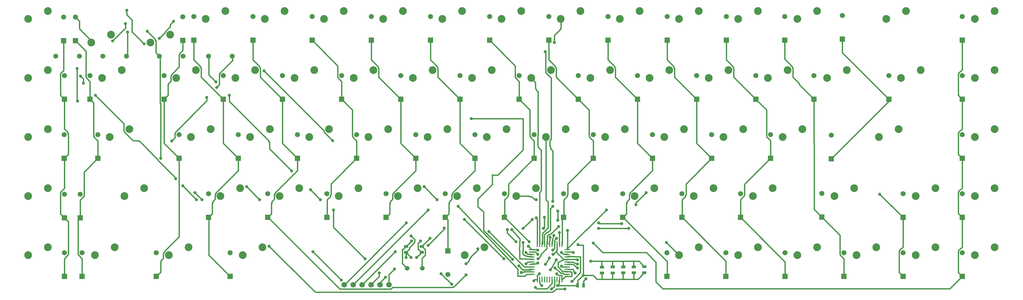
<source format=gtl>
G04 #@! TF.FileFunction,Copper,L1,Top,Signal*
%FSLAX46Y46*%
G04 Gerber Fmt 4.6, Leading zero omitted, Abs format (unit mm)*
G04 Created by KiCad (PCBNEW 4.0.2-stable) date Tuesday, August 23, 2016 'AMt' 01:09:47 AM*
%MOMM*%
G01*
G04 APERTURE LIST*
%ADD10C,0.020000*%
%ADD11R,1.397000X0.889000*%
%ADD12R,0.889000X1.397000*%
%ADD13O,0.406400X1.899920*%
%ADD14O,1.899920X0.406400*%
%ADD15C,1.600000*%
%ADD16C,1.501140*%
%ADD17C,2.499360*%
%ADD18C,1.651000*%
%ADD19R,1.651000X1.651000*%
%ADD20C,1.800000*%
%ADD21C,1.000000*%
%ADD22C,0.406400*%
G04 APERTURE END LIST*
D10*
D11*
X226568000Y-233235500D03*
X226568000Y-235140500D03*
X231648000Y-233235500D03*
X231648000Y-235140500D03*
D12*
X283730700Y-245795800D03*
X281825700Y-245795800D03*
D11*
X293141400Y-239890300D03*
X293141400Y-241795300D03*
X296494200Y-239864900D03*
X296494200Y-241769900D03*
X299923200Y-239839500D03*
X299923200Y-241744500D03*
X303326800Y-239814100D03*
X303326800Y-241719100D03*
X289661600Y-239941100D03*
X289661600Y-241846100D03*
D13*
X272796000Y-243967000D03*
X273596100Y-243967000D03*
X274396200Y-243967000D03*
X275196300Y-243967000D03*
X275996400Y-243967000D03*
X276796500Y-243967000D03*
X271995900Y-243967000D03*
X271195800Y-243967000D03*
X270395700Y-243967000D03*
X269595600Y-243967000D03*
X268795500Y-243967000D03*
X272796000Y-232537000D03*
X273596100Y-232537000D03*
X274396200Y-232537000D03*
X275196300Y-232537000D03*
X275996400Y-232537000D03*
X276796500Y-232537000D03*
X271995900Y-232537000D03*
X271195800Y-232537000D03*
X270395700Y-232537000D03*
X269595600Y-232537000D03*
X268795500Y-232537000D03*
D14*
X278511000Y-238252000D03*
X267081000Y-238252000D03*
X278511000Y-237451900D03*
X267081000Y-237451900D03*
X267081000Y-236651800D03*
X278511000Y-236651800D03*
X278511000Y-235851700D03*
X267081000Y-235851700D03*
X267081000Y-235051600D03*
X278511000Y-235051600D03*
X278511000Y-234251500D03*
X267081000Y-234251500D03*
X267081000Y-239052100D03*
X278511000Y-239052100D03*
X278511000Y-239852200D03*
X267081000Y-239852200D03*
X267081000Y-240652300D03*
X278511000Y-240652300D03*
X278511000Y-241452400D03*
X267081000Y-241452400D03*
X267081000Y-242252500D03*
X278511000Y-242252500D03*
D15*
X163017200Y-171907200D03*
X170637200Y-171907200D03*
D16*
X226921060Y-240284000D03*
X231802940Y-240284000D03*
D17*
X111302800Y-233527600D03*
X104952800Y-236067600D03*
X132740400Y-233553000D03*
X126390400Y-236093000D03*
X180365400Y-233527600D03*
X174015400Y-236067600D03*
X320852800Y-233527600D03*
X314502800Y-236067600D03*
X339902800Y-233527600D03*
X333552800Y-236067600D03*
X358952800Y-233527600D03*
X352602800Y-236067600D03*
X378002800Y-233527600D03*
X371652800Y-236067600D03*
X397052800Y-233527600D03*
X390702800Y-236067600D03*
X416102800Y-233527600D03*
X409752800Y-236067600D03*
X111302800Y-214477600D03*
X104952800Y-217017600D03*
X142265400Y-214477600D03*
X135915400Y-217017600D03*
X173202600Y-214477600D03*
X166852600Y-217017600D03*
X192252600Y-214477600D03*
X185902600Y-217017600D03*
X211302600Y-214477600D03*
X204952600Y-217017600D03*
X230352600Y-214477600D03*
X224002600Y-217017600D03*
X249402600Y-214477600D03*
X243052600Y-217017600D03*
X268452600Y-214477600D03*
X262102600Y-217017600D03*
X287502600Y-214477600D03*
X281152600Y-217017600D03*
X306552600Y-214477600D03*
X300202600Y-217017600D03*
X325602600Y-214477600D03*
X319252600Y-217017600D03*
X344652600Y-214477600D03*
X338302600Y-217017600D03*
X370840000Y-214477600D03*
X364490000Y-217017600D03*
X397052800Y-214477600D03*
X390702800Y-217017600D03*
X416102800Y-214477600D03*
X409752800Y-217017600D03*
X111302800Y-195427600D03*
X104952800Y-197967600D03*
X137490200Y-195427600D03*
X131140200Y-197967600D03*
X163677600Y-195427600D03*
X157327600Y-197967600D03*
X182727600Y-195427600D03*
X176377600Y-197967600D03*
X201777600Y-195427600D03*
X195427600Y-197967600D03*
X220827600Y-195427600D03*
X214477600Y-197967600D03*
X239877600Y-195427600D03*
X233527600Y-197967600D03*
X258927600Y-195427600D03*
X252577600Y-197967600D03*
X277977600Y-195427600D03*
X271627600Y-197967600D03*
X297027600Y-195427600D03*
X290677600Y-197967600D03*
X316077600Y-195427600D03*
X309727600Y-197967600D03*
X335127600Y-195427600D03*
X328777600Y-197967600D03*
X354177600Y-195427600D03*
X347827600Y-197967600D03*
X385140200Y-195427600D03*
X378790200Y-197967600D03*
X416077400Y-195427600D03*
X409727400Y-197967600D03*
X111302800Y-176377600D03*
X104952800Y-178917600D03*
X135102600Y-176377600D03*
X128752600Y-178917600D03*
X158927800Y-176377600D03*
X152577800Y-178917600D03*
X177977800Y-176377600D03*
X171627800Y-178917600D03*
X197027800Y-176377600D03*
X190677800Y-178917600D03*
X216077800Y-176377600D03*
X209727800Y-178917600D03*
X235127800Y-176377600D03*
X228777800Y-178917600D03*
X254177800Y-176377600D03*
X247827800Y-178917600D03*
X273227800Y-176377600D03*
X266877800Y-178917600D03*
X292277800Y-176377600D03*
X285927800Y-178917600D03*
X311327800Y-176377600D03*
X304977800Y-178917600D03*
X330377800Y-176377600D03*
X324027800Y-178917600D03*
X349427800Y-176377600D03*
X343077800Y-178917600D03*
X368477800Y-176377600D03*
X362127800Y-178917600D03*
X392277600Y-176377600D03*
X385927600Y-178917600D03*
X416102800Y-176377600D03*
X409752800Y-178917600D03*
X111302800Y-157327600D03*
X104952800Y-159867600D03*
X125272800Y-167487600D03*
X131622800Y-164947600D03*
X144322800Y-167487600D03*
X150672800Y-164947600D03*
X168452800Y-157327600D03*
X162102800Y-159867600D03*
X187502800Y-157327600D03*
X181152800Y-159867600D03*
X206552800Y-157327600D03*
X200202800Y-159867600D03*
X225602800Y-157327600D03*
X219252800Y-159867600D03*
X244652800Y-157327600D03*
X238302800Y-159867600D03*
X263702800Y-157327600D03*
X257352800Y-159867600D03*
X282752800Y-157327600D03*
X276402800Y-159867600D03*
X301802800Y-157327600D03*
X295452800Y-159867600D03*
X320852800Y-157327600D03*
X314502800Y-159867600D03*
X339902800Y-157327600D03*
X333552800Y-159867600D03*
X358952800Y-157327600D03*
X352602800Y-159867600D03*
X387527800Y-157327600D03*
X381177800Y-159867600D03*
X416102800Y-157327600D03*
X409752800Y-159867600D03*
X251790200Y-233527600D03*
X245440200Y-236067600D03*
D18*
X116586000Y-235331000D03*
D19*
X116586000Y-242951000D03*
D18*
X122301000Y-235331000D03*
D19*
X122301000Y-242951000D03*
D18*
X146113500Y-235331000D03*
D19*
X146113500Y-242951000D03*
D18*
X169926000Y-235331000D03*
D19*
X169926000Y-242951000D03*
D18*
X240030000Y-242316000D03*
D19*
X240030000Y-234696000D03*
D18*
X310578500Y-235331000D03*
D19*
X310578500Y-242951000D03*
D18*
X329565000Y-235331000D03*
D19*
X329565000Y-242951000D03*
D18*
X348551500Y-235331000D03*
D19*
X348551500Y-242951000D03*
D18*
X367538000Y-235331000D03*
D19*
X367538000Y-242951000D03*
D18*
X386588000Y-235331000D03*
D19*
X386588000Y-242951000D03*
D18*
X405638000Y-235331000D03*
D19*
X405638000Y-242951000D03*
D18*
X116586000Y-216408000D03*
D19*
X116586000Y-224028000D03*
D18*
X121666000Y-216408000D03*
D19*
X121666000Y-224028000D03*
D18*
X163004500Y-216281000D03*
D19*
X163004500Y-223901000D03*
D18*
X182054500Y-216281000D03*
D19*
X182054500Y-223901000D03*
D18*
X201104500Y-216281000D03*
D19*
X201104500Y-223901000D03*
D18*
X220154500Y-216281000D03*
D19*
X220154500Y-223901000D03*
D18*
X239204500Y-216281000D03*
D19*
X239204500Y-223901000D03*
D18*
X258254500Y-216281000D03*
D19*
X258254500Y-223901000D03*
D18*
X277304500Y-216281000D03*
D19*
X277304500Y-223901000D03*
D18*
X296354500Y-216281000D03*
D19*
X296354500Y-223901000D03*
D18*
X315404500Y-216281000D03*
D19*
X315404500Y-223901000D03*
D18*
X334264000Y-216281000D03*
D19*
X334264000Y-223901000D03*
D18*
X360426000Y-216154000D03*
D19*
X360426000Y-223774000D03*
D18*
X386588000Y-216281000D03*
D19*
X386588000Y-223901000D03*
D18*
X405638000Y-216281000D03*
D19*
X405638000Y-223901000D03*
D18*
X116522500Y-197231000D03*
D19*
X116522500Y-204851000D03*
D18*
X127317500Y-197231000D03*
D19*
X127317500Y-204851000D03*
D18*
X153479500Y-197231000D03*
D19*
X153479500Y-204851000D03*
D18*
X172529500Y-197231000D03*
D19*
X172529500Y-204851000D03*
D18*
X191579500Y-197231000D03*
D19*
X191579500Y-204851000D03*
D18*
X210629500Y-197231000D03*
D19*
X210629500Y-204851000D03*
D18*
X229679500Y-197231000D03*
D19*
X229679500Y-204851000D03*
D18*
X248729500Y-197231000D03*
D19*
X248729500Y-204851000D03*
D18*
X267779500Y-197231000D03*
D19*
X267779500Y-204851000D03*
D18*
X286829500Y-197231000D03*
D19*
X286829500Y-204851000D03*
D18*
X305879500Y-197231000D03*
D19*
X305879500Y-204851000D03*
D18*
X324929500Y-197231000D03*
D19*
X324929500Y-204851000D03*
D18*
X343916000Y-197231000D03*
D19*
X343916000Y-204851000D03*
D18*
X363474000Y-197358000D03*
D19*
X363474000Y-204978000D03*
D18*
X405638000Y-197231000D03*
D19*
X405638000Y-204851000D03*
D18*
X116586000Y-178181000D03*
D19*
X116586000Y-185801000D03*
D18*
X124841000Y-178181000D03*
D19*
X124841000Y-185801000D03*
D18*
X148717000Y-178181000D03*
D19*
X148717000Y-185801000D03*
D18*
X167767000Y-178181000D03*
D19*
X167767000Y-185801000D03*
D18*
X186817000Y-178181000D03*
D19*
X186817000Y-185801000D03*
D18*
X205867000Y-178181000D03*
D19*
X205867000Y-185801000D03*
D18*
X224917000Y-178181000D03*
D19*
X224917000Y-185801000D03*
D18*
X243967000Y-178181000D03*
D19*
X243967000Y-185801000D03*
D18*
X263017000Y-178181000D03*
D19*
X263017000Y-185801000D03*
D18*
X282067000Y-178181000D03*
D19*
X282067000Y-185801000D03*
D18*
X301117000Y-178181000D03*
D19*
X301117000Y-185801000D03*
D18*
X320167000Y-178181000D03*
D19*
X320167000Y-185801000D03*
D18*
X339217000Y-178181000D03*
D19*
X339217000Y-185801000D03*
D18*
X357886000Y-178181000D03*
D19*
X357886000Y-185801000D03*
D18*
X382016000Y-178181000D03*
D19*
X382016000Y-185801000D03*
D18*
X405638000Y-178181000D03*
D19*
X405638000Y-185801000D03*
D18*
X116332000Y-159258000D03*
D19*
X116332000Y-166878000D03*
D18*
X120142000Y-159258000D03*
D19*
X120142000Y-166878000D03*
D18*
X154686000Y-159156400D03*
D19*
X154686000Y-166776400D03*
D18*
X158242000Y-159131000D03*
D19*
X158242000Y-166751000D03*
D18*
X177292000Y-159131000D03*
D19*
X177292000Y-166751000D03*
D18*
X196342000Y-159131000D03*
D19*
X196342000Y-166751000D03*
D18*
X215392000Y-159131000D03*
D19*
X215392000Y-166751000D03*
D18*
X234442000Y-159131000D03*
D19*
X234442000Y-166751000D03*
D18*
X253492000Y-159131000D03*
D19*
X253492000Y-166751000D03*
D18*
X272542000Y-159131000D03*
D19*
X272542000Y-166751000D03*
D18*
X291592000Y-159131000D03*
D19*
X291592000Y-166751000D03*
D18*
X310642000Y-159131000D03*
D19*
X310642000Y-166751000D03*
D18*
X329692000Y-159131000D03*
D19*
X329692000Y-166751000D03*
D18*
X348488000Y-159131000D03*
D19*
X348488000Y-166751000D03*
D18*
X367030000Y-158750000D03*
D19*
X367030000Y-166370000D03*
D18*
X405638000Y-159131000D03*
D19*
X405638000Y-166751000D03*
D15*
X113842800Y-171907200D03*
X121462800Y-171907200D03*
X128930400Y-171907200D03*
X136550400Y-171907200D03*
X147167600Y-171907200D03*
X154787600Y-171907200D03*
D17*
X156540200Y-233527600D03*
X150190200Y-236067600D03*
D20*
X206705200Y-245643400D03*
X215315800Y-245643400D03*
X209575400Y-245643400D03*
X218186000Y-245668800D03*
X212445600Y-245643400D03*
X221056200Y-245668800D03*
D21*
X279984200Y-244551200D03*
X273431000Y-246989600D03*
X268986000Y-238633000D03*
X265176000Y-238887000D03*
X271500600Y-239064800D03*
X272694400Y-237032800D03*
X267208000Y-224536000D03*
X264287000Y-227457000D03*
X260604000Y-227838000D03*
X264287000Y-232029000D03*
X262001000Y-231775000D03*
X259207000Y-227838000D03*
X270764000Y-227457000D03*
X271145000Y-223901000D03*
X275463000Y-221818200D03*
X275463000Y-224790000D03*
X288544000Y-225679000D03*
X296037000Y-225933000D03*
X268274800Y-246456200D03*
X237871000Y-242062000D03*
X241300000Y-245491000D03*
X274548600Y-240182400D03*
X245872000Y-242443000D03*
X263652000Y-241681000D03*
X245364000Y-224536000D03*
X258064000Y-237236000D03*
X262890000Y-239572800D03*
X253238000Y-228473000D03*
X265176000Y-235204000D03*
X233680000Y-221488000D03*
X266192000Y-231775000D03*
X276606000Y-235204000D03*
X310388000Y-232029000D03*
X298323000Y-227457000D03*
X288544000Y-227457000D03*
X275717000Y-226822000D03*
X269113000Y-237236000D03*
X268478000Y-218186000D03*
X273812000Y-220345000D03*
X274320000Y-167513000D03*
X271399000Y-170434000D03*
X273812000Y-218694000D03*
X268478000Y-224028000D03*
X283616400Y-242595400D03*
X281787600Y-240182400D03*
X281990800Y-232664000D03*
X274980400Y-230632000D03*
X175260000Y-213995000D03*
X179451000Y-218186000D03*
X228219000Y-229870000D03*
X143256000Y-163830000D03*
X147574000Y-204851000D03*
X231267000Y-231521000D03*
X265938000Y-233172000D03*
X226568000Y-236855000D03*
X222885000Y-240538000D03*
X268986000Y-234442000D03*
X273812000Y-234442000D03*
X275336000Y-245872000D03*
X270256000Y-245872000D03*
X228219000Y-236855000D03*
X229997000Y-236855000D03*
X281762200Y-237591600D03*
X286004000Y-238048800D03*
X136652000Y-157099000D03*
X217932000Y-241808000D03*
X213360000Y-237236000D03*
X203200000Y-221488000D03*
X199009000Y-218186000D03*
X195834000Y-215011000D03*
X189738000Y-208915000D03*
X169672000Y-184531000D03*
X165354000Y-180213000D03*
X142240000Y-167894000D03*
X267716000Y-244348000D03*
X273939000Y-235839000D03*
X268986000Y-235839000D03*
X275082000Y-242062000D03*
X269494000Y-242062000D03*
X245872000Y-238887000D03*
X249682000Y-234061000D03*
X147193000Y-166116000D03*
X151765000Y-160655000D03*
X226695000Y-225679000D03*
X278587200Y-228066600D03*
X303911000Y-215900000D03*
X300609000Y-219837000D03*
X291084000Y-221488000D03*
X379095000Y-216408000D03*
X286842200Y-232156000D03*
X280416000Y-235204000D03*
X274929600Y-237566200D03*
X273100800Y-240766600D03*
X219964000Y-243205000D03*
X274167600Y-229692200D03*
X228346000Y-231521000D03*
X272999200Y-230327200D03*
X234315000Y-230632000D03*
X281813000Y-238963200D03*
X284480000Y-243713000D03*
X275945600Y-228803200D03*
X238887000Y-227330000D03*
X233680000Y-232918000D03*
X223139000Y-234950000D03*
X205740000Y-244094000D03*
X196596000Y-234950000D03*
X160909000Y-218186000D03*
X158623000Y-215900000D03*
X151130000Y-199263000D03*
X162433000Y-185166000D03*
X165608000Y-181991000D03*
X120650000Y-175844200D03*
X120827800Y-186334400D03*
X247599200Y-191998600D03*
X276656800Y-239598200D03*
X260883400Y-237439200D03*
X121793000Y-178308000D03*
X122682000Y-180594000D03*
X126619000Y-184531000D03*
X152400000Y-211455000D03*
X154686000Y-213741000D03*
X159131000Y-218186000D03*
X182499000Y-233172000D03*
X277749000Y-247015000D03*
X281051000Y-241808000D03*
X180848000Y-176657000D03*
X202946000Y-199136000D03*
X232410000Y-213995000D03*
X236601000Y-218186000D03*
X243332000Y-220345000D03*
X136931400Y-164058600D03*
X132080000Y-167005000D03*
X136271000Y-161417000D03*
D22*
X282727400Y-237109000D02*
X282727400Y-236626400D01*
X282752800Y-241630200D02*
X282727400Y-237109000D01*
X279984200Y-244551200D02*
X282752800Y-241630200D01*
X282651200Y-236550200D02*
X281178000Y-236550200D01*
X282727400Y-236626400D02*
X282651200Y-236550200D01*
X281178000Y-236550200D02*
X281051000Y-236550200D01*
X281051000Y-236550200D02*
X280924000Y-236601000D01*
X280924000Y-236601000D02*
X280797000Y-236601000D01*
X280797000Y-236601000D02*
X280670000Y-236474000D01*
X280670000Y-236474000D02*
X278638000Y-236474000D01*
X278638000Y-236474000D02*
X278511000Y-236601000D01*
X278511000Y-236601000D02*
X278511000Y-236651800D01*
X116586000Y-185801000D02*
X115316000Y-184531000D01*
X115316000Y-184531000D02*
X115316000Y-177673000D01*
X115316000Y-177673000D02*
X115443000Y-177546000D01*
X115443000Y-177546000D02*
X115443000Y-177419000D01*
X115443000Y-177419000D02*
X116332000Y-176530000D01*
X116332000Y-176530000D02*
X116332000Y-166878000D01*
X116586000Y-224028000D02*
X115316000Y-222758000D01*
X115316000Y-222758000D02*
X115316000Y-215900000D01*
X115316000Y-215900000D02*
X115443000Y-215773000D01*
X115443000Y-215773000D02*
X115443000Y-215646000D01*
X115443000Y-215646000D02*
X116586000Y-214503000D01*
X116586000Y-214503000D02*
X116586000Y-204851000D01*
X116586000Y-204851000D02*
X116522500Y-204851000D01*
X116522500Y-204851000D02*
X116586000Y-204851000D01*
X116586000Y-204851000D02*
X117856000Y-203581000D01*
X117856000Y-203581000D02*
X117856000Y-196977000D01*
X117856000Y-196977000D02*
X117729000Y-196850000D01*
X117729000Y-196850000D02*
X117729000Y-196596000D01*
X117729000Y-196596000D02*
X117602000Y-196469000D01*
X117602000Y-196469000D02*
X117602000Y-196342000D01*
X117602000Y-196342000D02*
X116586000Y-195326000D01*
X116586000Y-195326000D02*
X116586000Y-185801000D01*
X116586000Y-224028000D02*
X117856000Y-225298000D01*
X117856000Y-225298000D02*
X117856000Y-235839000D01*
X117856000Y-235839000D02*
X117729000Y-235966000D01*
X117729000Y-235966000D02*
X117729000Y-236093000D01*
X117729000Y-236093000D02*
X116586000Y-237236000D01*
X116586000Y-237236000D02*
X116586000Y-242951000D01*
X273431000Y-246989600D02*
X274320000Y-246126000D01*
X274320000Y-246126000D02*
X274320000Y-245618000D01*
X274320000Y-245618000D02*
X274447000Y-245491000D01*
X274447000Y-245491000D02*
X274447000Y-243967000D01*
X274447000Y-243967000D02*
X274396200Y-243967000D01*
X127317500Y-204851000D02*
X127381000Y-204851000D01*
X127381000Y-204851000D02*
X122936000Y-209296000D01*
X122936000Y-209296000D02*
X122936000Y-216916000D01*
X122936000Y-216916000D02*
X122809000Y-217043000D01*
X122809000Y-217043000D02*
X122809000Y-217170000D01*
X122809000Y-217170000D02*
X121666000Y-218313000D01*
X121666000Y-218313000D02*
X121666000Y-224028000D01*
X120142000Y-166878000D02*
X123571000Y-170307000D01*
X123571000Y-170307000D02*
X123571000Y-178689000D01*
X123571000Y-178689000D02*
X123698000Y-178816000D01*
X123698000Y-178816000D02*
X123698000Y-178943000D01*
X123698000Y-178943000D02*
X124841000Y-180086000D01*
X124841000Y-180086000D02*
X124841000Y-185801000D01*
X124841000Y-185801000D02*
X125984000Y-186944000D01*
X125984000Y-186944000D02*
X125984000Y-197485000D01*
X125984000Y-197485000D02*
X126111000Y-197612000D01*
X126111000Y-197612000D02*
X126111000Y-197866000D01*
X126111000Y-197866000D02*
X126238000Y-197993000D01*
X126238000Y-197993000D02*
X126238000Y-198120000D01*
X126238000Y-198120000D02*
X127381000Y-199263000D01*
X127381000Y-199263000D02*
X127381000Y-204851000D01*
X127381000Y-204851000D02*
X127317500Y-204851000D01*
X121666000Y-224028000D02*
X121031000Y-224663000D01*
X121031000Y-224663000D02*
X121031000Y-235839000D01*
X121031000Y-235839000D02*
X121158000Y-235966000D01*
X121158000Y-235966000D02*
X121158000Y-236093000D01*
X121158000Y-236093000D02*
X122301000Y-237236000D01*
X122301000Y-237236000D02*
X122301000Y-242951000D01*
X267208000Y-238887000D02*
X268478000Y-238887000D01*
X268732000Y-238633000D02*
X268478000Y-238887000D01*
X268986000Y-238633000D02*
X268732000Y-238633000D01*
X267208000Y-238887000D02*
X267081000Y-239014000D01*
X267081000Y-239014000D02*
X267081000Y-239052100D01*
X296354500Y-223901000D02*
X296418000Y-223901000D01*
X296418000Y-223901000D02*
X310642000Y-238125000D01*
X310642000Y-238125000D02*
X310642000Y-242951000D01*
X310642000Y-242951000D02*
X310578500Y-242951000D01*
X301117000Y-185801000D02*
X294005000Y-178689000D01*
X294005000Y-178689000D02*
X294005000Y-175895000D01*
X294005000Y-175895000D02*
X293878000Y-175768000D01*
X293878000Y-175768000D02*
X293878000Y-175514000D01*
X293878000Y-175514000D02*
X293624000Y-175260000D01*
X293624000Y-175260000D02*
X293624000Y-175133000D01*
X293624000Y-175133000D02*
X291592000Y-173101000D01*
X291592000Y-173101000D02*
X291592000Y-166751000D01*
X296354500Y-223901000D02*
X296418000Y-223901000D01*
X296418000Y-223901000D02*
X297561000Y-222758000D01*
X297561000Y-222758000D02*
X297561000Y-219329000D01*
X297561000Y-219329000D02*
X297688000Y-219202000D01*
X297688000Y-219202000D02*
X297688000Y-218948000D01*
X297688000Y-218948000D02*
X297815000Y-218821000D01*
X297815000Y-218821000D02*
X297815000Y-218694000D01*
X297815000Y-218694000D02*
X298450000Y-218059000D01*
X298450000Y-218059000D02*
X298450000Y-216662000D01*
X298450000Y-216662000D02*
X298577000Y-216535000D01*
X298577000Y-216535000D02*
X298577000Y-216281000D01*
X298577000Y-216281000D02*
X298704000Y-216154000D01*
X298704000Y-216154000D02*
X298704000Y-216027000D01*
X298704000Y-216027000D02*
X305943000Y-208788000D01*
X305943000Y-208788000D02*
X305943000Y-204851000D01*
X305943000Y-204851000D02*
X305879500Y-204851000D01*
X305879500Y-204851000D02*
X305943000Y-204851000D01*
X305943000Y-204851000D02*
X301117000Y-200025000D01*
X301117000Y-200025000D02*
X301117000Y-185801000D01*
X267081000Y-238252000D02*
X265811000Y-238252000D01*
X272694400Y-237032800D02*
X271500600Y-239064800D01*
X265811000Y-238252000D02*
X265176000Y-238887000D01*
X315404500Y-223901000D02*
X315468000Y-223901000D01*
X315468000Y-223901000D02*
X329565000Y-237998000D01*
X329565000Y-237998000D02*
X329565000Y-242951000D01*
X324929500Y-204851000D02*
X324993000Y-204851000D01*
X324993000Y-204851000D02*
X316738000Y-213106000D01*
X316738000Y-213106000D02*
X316738000Y-216535000D01*
X316738000Y-216535000D02*
X316611000Y-216662000D01*
X316611000Y-216662000D02*
X316611000Y-216916000D01*
X316611000Y-216916000D02*
X316484000Y-217043000D01*
X316484000Y-217043000D02*
X316484000Y-217170000D01*
X316484000Y-217170000D02*
X315468000Y-218186000D01*
X315468000Y-218186000D02*
X315468000Y-223901000D01*
X315468000Y-223901000D02*
X315404500Y-223901000D01*
X320167000Y-185801000D02*
X313055000Y-178689000D01*
X313055000Y-178689000D02*
X313055000Y-175895000D01*
X313055000Y-175895000D02*
X312928000Y-175768000D01*
X312928000Y-175768000D02*
X312928000Y-175514000D01*
X312928000Y-175514000D02*
X312674000Y-175260000D01*
X312674000Y-175260000D02*
X312674000Y-175133000D01*
X312674000Y-175133000D02*
X310642000Y-173101000D01*
X310642000Y-173101000D02*
X310642000Y-166751000D01*
X324929500Y-204851000D02*
X324993000Y-204851000D01*
X324993000Y-204851000D02*
X320167000Y-200025000D01*
X320167000Y-200025000D02*
X320167000Y-185801000D01*
X267208000Y-224536000D02*
X264287000Y-227457000D01*
X260604000Y-227838000D02*
X263220200Y-230835200D01*
X263220200Y-230835200D02*
X263067800Y-234543600D01*
X263067800Y-234543600D02*
X263194800Y-234670600D01*
X263194800Y-234670600D02*
X263194800Y-235356400D01*
X263194800Y-235356400D02*
X263194800Y-235839000D01*
X263194800Y-235839000D02*
X263194800Y-235966000D01*
X263194800Y-235966000D02*
X263194800Y-237159800D01*
X263194800Y-237159800D02*
X263194800Y-237286800D01*
X263194800Y-237286800D02*
X266954000Y-237363000D01*
X266954000Y-237363000D02*
X267081000Y-237490000D01*
X267081000Y-237490000D02*
X267081000Y-237451900D01*
X334264000Y-223901000D02*
X348615000Y-238252000D01*
X348615000Y-238252000D02*
X348615000Y-242951000D01*
X348615000Y-242951000D02*
X348551500Y-242951000D01*
X343916000Y-204851000D02*
X335534000Y-213233000D01*
X335534000Y-213233000D02*
X335534000Y-216789000D01*
X335534000Y-216789000D02*
X335407000Y-216916000D01*
X335407000Y-216916000D02*
X335407000Y-217043000D01*
X335407000Y-217043000D02*
X334264000Y-218186000D01*
X334264000Y-218186000D02*
X334264000Y-223901000D01*
X339217000Y-185801000D02*
X332105000Y-178689000D01*
X332105000Y-178689000D02*
X332105000Y-175895000D01*
X332105000Y-175895000D02*
X331978000Y-175768000D01*
X331978000Y-175768000D02*
X331978000Y-175514000D01*
X331978000Y-175514000D02*
X331724000Y-175260000D01*
X331724000Y-175260000D02*
X331724000Y-175133000D01*
X331724000Y-175133000D02*
X329692000Y-173101000D01*
X329692000Y-173101000D02*
X329692000Y-166751000D01*
X339217000Y-185801000D02*
X342646000Y-189230000D01*
X342646000Y-189230000D02*
X342646000Y-197739000D01*
X342646000Y-197739000D02*
X342773000Y-197866000D01*
X342773000Y-197866000D02*
X342773000Y-197993000D01*
X342773000Y-197993000D02*
X343916000Y-199136000D01*
X343916000Y-199136000D02*
X343916000Y-204851000D01*
X267081000Y-236651800D02*
X267081000Y-236601000D01*
X267081000Y-236601000D02*
X266954000Y-236474000D01*
X266954000Y-236474000D02*
X265684000Y-236474000D01*
X265684000Y-236474000D02*
X265557000Y-236347000D01*
X265557000Y-236347000D02*
X265049000Y-236347000D01*
X265049000Y-236347000D02*
X264795000Y-236093000D01*
X264795000Y-236093000D02*
X264668000Y-236093000D01*
X264668000Y-236093000D02*
X264541000Y-235966000D01*
X264541000Y-235966000D02*
X264414000Y-235966000D01*
X264414000Y-235966000D02*
X264160000Y-235712000D01*
X264160000Y-235712000D02*
X264160000Y-234950000D01*
X264160000Y-234950000D02*
X264287000Y-234823000D01*
X264287000Y-234823000D02*
X264287000Y-232029000D01*
X262001000Y-231775000D02*
X259207000Y-228981000D01*
X259207000Y-228981000D02*
X259207000Y-227838000D01*
X270764000Y-227457000D02*
X271145000Y-227076000D01*
X271145000Y-227076000D02*
X271145000Y-223901000D01*
X275463000Y-221818200D02*
X275463000Y-224790000D01*
X288544000Y-225679000D02*
X288798000Y-225933000D01*
X288798000Y-225933000D02*
X296037000Y-225933000D01*
X357886000Y-185801000D02*
X353314000Y-181229000D01*
X353314000Y-181229000D02*
X353314000Y-181102000D01*
X353314000Y-181102000D02*
X353187000Y-180975000D01*
X353187000Y-180975000D02*
X353187000Y-180721000D01*
X353187000Y-180721000D02*
X351155000Y-178689000D01*
X351155000Y-178689000D02*
X351155000Y-175895000D01*
X351155000Y-175895000D02*
X351028000Y-175768000D01*
X351028000Y-175768000D02*
X351028000Y-175514000D01*
X351028000Y-175514000D02*
X350774000Y-175260000D01*
X350774000Y-175260000D02*
X350774000Y-175133000D01*
X350774000Y-175133000D02*
X348488000Y-172847000D01*
X348488000Y-172847000D02*
X348488000Y-166751000D01*
X360426000Y-223774000D02*
X358013000Y-221361000D01*
X358013000Y-221361000D02*
X358013000Y-200025000D01*
X358013000Y-200025000D02*
X357886000Y-199898000D01*
X357886000Y-199898000D02*
X357886000Y-185801000D01*
X360426000Y-223774000D02*
X366268000Y-229616000D01*
X366268000Y-229616000D02*
X366268000Y-235839000D01*
X366268000Y-235839000D02*
X366395000Y-235966000D01*
X366395000Y-235966000D02*
X366395000Y-236093000D01*
X366395000Y-236093000D02*
X367538000Y-237236000D01*
X367538000Y-237236000D02*
X367538000Y-242951000D01*
X273558000Y-243967000D02*
X273558000Y-245237000D01*
X271932400Y-246862600D02*
X273558000Y-245237000D01*
X268681200Y-246862600D02*
X271932400Y-246862600D01*
X268274800Y-246456200D02*
X268681200Y-246862600D01*
X273558000Y-243967000D02*
X273596100Y-243967000D01*
X146113500Y-242951000D02*
X146177000Y-242951000D01*
X146177000Y-242951000D02*
X147574000Y-241554000D01*
X147574000Y-241554000D02*
X147574000Y-238252000D01*
X147574000Y-238252000D02*
X147701000Y-238125000D01*
X147701000Y-238125000D02*
X147701000Y-237871000D01*
X147701000Y-237871000D02*
X148463000Y-237109000D01*
X148463000Y-237109000D02*
X148463000Y-235585000D01*
X148463000Y-235585000D02*
X148590000Y-235458000D01*
X148590000Y-235458000D02*
X148590000Y-235204000D01*
X148590000Y-235204000D02*
X148844000Y-234950000D01*
X148844000Y-234950000D02*
X148844000Y-234823000D01*
X148844000Y-234823000D02*
X153543000Y-230124000D01*
X153543000Y-230124000D02*
X153543000Y-204851000D01*
X153543000Y-204851000D02*
X153479500Y-204851000D01*
X148717000Y-185801000D02*
X149987000Y-184531000D01*
X149987000Y-184531000D02*
X149987000Y-180975000D01*
X149987000Y-180975000D02*
X150114000Y-180848000D01*
X150114000Y-180848000D02*
X150114000Y-180721000D01*
X150114000Y-180721000D02*
X150876000Y-179959000D01*
X150876000Y-179959000D02*
X150876000Y-178308000D01*
X150876000Y-178308000D02*
X151003000Y-178181000D01*
X151003000Y-178181000D02*
X151003000Y-178054000D01*
X151003000Y-178054000D02*
X151130000Y-177927000D01*
X151130000Y-177927000D02*
X151130000Y-177800000D01*
X151130000Y-177800000D02*
X153543000Y-175387000D01*
X153543000Y-175387000D02*
X153543000Y-171450000D01*
X153543000Y-171450000D02*
X153670000Y-171323000D01*
X153670000Y-171323000D02*
X153670000Y-171196000D01*
X153670000Y-171196000D02*
X153797000Y-171069000D01*
X153797000Y-171069000D02*
X153797000Y-170942000D01*
X153797000Y-170942000D02*
X154686000Y-170053000D01*
X154686000Y-170053000D02*
X154686000Y-166776400D01*
X153479500Y-204851000D02*
X153543000Y-204851000D01*
X153543000Y-204851000D02*
X148717000Y-200025000D01*
X148717000Y-200025000D02*
X148717000Y-185801000D01*
X276860000Y-241935000D02*
X277164800Y-241935000D01*
X241300000Y-245491000D02*
X237871000Y-242062000D01*
X275971000Y-241427000D02*
X274548600Y-240182400D01*
X276479000Y-241935000D02*
X275971000Y-241427000D01*
X276860000Y-241935000D02*
X276479000Y-241935000D01*
X277482300Y-242252500D02*
X278511000Y-242252500D01*
X277164800Y-241935000D02*
X277482300Y-242252500D01*
X278511000Y-242252500D02*
X278511000Y-242316000D01*
X163004500Y-223901000D02*
X163068000Y-223901000D01*
X163068000Y-223901000D02*
X164211000Y-222758000D01*
X164211000Y-222758000D02*
X164211000Y-219329000D01*
X164211000Y-219329000D02*
X164338000Y-219202000D01*
X164338000Y-219202000D02*
X164338000Y-218948000D01*
X164338000Y-218948000D02*
X164465000Y-218821000D01*
X164465000Y-218821000D02*
X164465000Y-218694000D01*
X164465000Y-218694000D02*
X165100000Y-218059000D01*
X165100000Y-218059000D02*
X165100000Y-216662000D01*
X165100000Y-216662000D02*
X165227000Y-216535000D01*
X165227000Y-216535000D02*
X165227000Y-216281000D01*
X165227000Y-216281000D02*
X165354000Y-216154000D01*
X165354000Y-216154000D02*
X165354000Y-216027000D01*
X165354000Y-216027000D02*
X172593000Y-208788000D01*
X172593000Y-208788000D02*
X172593000Y-204851000D01*
X172593000Y-204851000D02*
X172529500Y-204851000D01*
X167767000Y-185801000D02*
X160655000Y-178689000D01*
X160655000Y-178689000D02*
X160655000Y-175895000D01*
X160655000Y-175895000D02*
X160528000Y-175768000D01*
X160528000Y-175768000D02*
X160528000Y-175514000D01*
X160528000Y-175514000D02*
X160274000Y-175260000D01*
X160274000Y-175260000D02*
X160274000Y-175133000D01*
X160274000Y-175133000D02*
X158242000Y-173101000D01*
X158242000Y-173101000D02*
X158242000Y-166751000D01*
X169926000Y-242951000D02*
X163068000Y-236093000D01*
X163068000Y-236093000D02*
X163068000Y-223901000D01*
X163068000Y-223901000D02*
X163004500Y-223901000D01*
X172529500Y-204851000D02*
X172593000Y-204851000D01*
X172593000Y-204851000D02*
X167767000Y-200025000D01*
X167767000Y-200025000D02*
X167767000Y-185801000D01*
X182054500Y-223901000D02*
X182118000Y-223901000D01*
X182118000Y-223901000D02*
X205232000Y-247015000D01*
X205232000Y-247015000D02*
X221615000Y-247015000D01*
X221615000Y-247015000D02*
X221742000Y-246888000D01*
X221742000Y-246888000D02*
X221869000Y-246888000D01*
X221869000Y-246888000D02*
X222250000Y-246507000D01*
X222250000Y-246507000D02*
X241554000Y-246507000D01*
X241554000Y-246507000D02*
X241681000Y-246380000D01*
X241681000Y-246380000D02*
X241808000Y-246380000D01*
X241808000Y-246380000D02*
X241935000Y-246253000D01*
X241935000Y-246253000D02*
X242062000Y-246253000D01*
X242062000Y-246253000D02*
X245872000Y-242443000D01*
X263652000Y-241681000D02*
X263779000Y-241554000D01*
X263779000Y-241554000D02*
X264414000Y-241554000D01*
X264414000Y-241554000D02*
X264541000Y-241427000D01*
X264541000Y-241427000D02*
X267081000Y-241427000D01*
X267081000Y-241427000D02*
X267081000Y-241452400D01*
X182054500Y-223901000D02*
X182118000Y-223901000D01*
X182118000Y-223901000D02*
X183261000Y-222758000D01*
X183261000Y-222758000D02*
X183261000Y-219329000D01*
X183261000Y-219329000D02*
X183388000Y-219202000D01*
X183388000Y-219202000D02*
X183388000Y-218948000D01*
X183388000Y-218948000D02*
X183515000Y-218821000D01*
X183515000Y-218821000D02*
X183515000Y-218694000D01*
X183515000Y-218694000D02*
X184150000Y-218059000D01*
X184150000Y-218059000D02*
X184150000Y-216662000D01*
X184150000Y-216662000D02*
X184277000Y-216535000D01*
X184277000Y-216535000D02*
X184277000Y-216281000D01*
X184277000Y-216281000D02*
X184404000Y-216154000D01*
X184404000Y-216154000D02*
X184404000Y-216027000D01*
X184404000Y-216027000D02*
X191643000Y-208788000D01*
X191643000Y-208788000D02*
X191643000Y-204851000D01*
X191643000Y-204851000D02*
X191579500Y-204851000D01*
X186817000Y-185801000D02*
X179705000Y-178689000D01*
X179705000Y-178689000D02*
X179705000Y-175895000D01*
X179705000Y-175895000D02*
X179578000Y-175768000D01*
X179578000Y-175768000D02*
X179578000Y-175514000D01*
X179578000Y-175514000D02*
X179324000Y-175260000D01*
X179324000Y-175260000D02*
X179324000Y-175133000D01*
X179324000Y-175133000D02*
X177292000Y-173101000D01*
X177292000Y-173101000D02*
X177292000Y-166751000D01*
X191579500Y-204851000D02*
X191643000Y-204851000D01*
X191643000Y-204851000D02*
X186817000Y-200025000D01*
X186817000Y-200025000D02*
X186817000Y-185801000D01*
X265684000Y-240792000D02*
X264109200Y-240792000D01*
X245364000Y-224536000D02*
X258064000Y-237236000D01*
X265684000Y-240792000D02*
X266954000Y-240792000D01*
X264109200Y-240792000D02*
X262890000Y-239572800D01*
X266954000Y-240792000D02*
X267081000Y-240665000D01*
X267081000Y-240665000D02*
X267081000Y-240652300D01*
X196342000Y-166751000D02*
X204597000Y-175006000D01*
X204597000Y-175006000D02*
X204597000Y-178689000D01*
X204597000Y-178689000D02*
X204724000Y-178816000D01*
X204724000Y-178816000D02*
X204724000Y-178943000D01*
X204724000Y-178943000D02*
X205867000Y-180086000D01*
X205867000Y-180086000D02*
X205867000Y-185801000D01*
X210629500Y-204851000D02*
X210693000Y-204851000D01*
X210693000Y-204851000D02*
X202438000Y-213106000D01*
X202438000Y-213106000D02*
X202438000Y-216535000D01*
X202438000Y-216535000D02*
X202311000Y-216662000D01*
X202311000Y-216662000D02*
X202311000Y-216916000D01*
X202311000Y-216916000D02*
X202184000Y-217043000D01*
X202184000Y-217043000D02*
X202184000Y-217170000D01*
X202184000Y-217170000D02*
X201168000Y-218186000D01*
X201168000Y-218186000D02*
X201168000Y-223901000D01*
X201168000Y-223901000D02*
X201104500Y-223901000D01*
X205867000Y-185801000D02*
X209296000Y-189230000D01*
X209296000Y-189230000D02*
X209296000Y-197485000D01*
X209296000Y-197485000D02*
X209423000Y-197612000D01*
X209423000Y-197612000D02*
X209423000Y-197866000D01*
X209423000Y-197866000D02*
X209550000Y-197993000D01*
X209550000Y-197993000D02*
X209550000Y-198120000D01*
X209550000Y-198120000D02*
X210693000Y-199263000D01*
X210693000Y-199263000D02*
X210693000Y-204851000D01*
X210693000Y-204851000D02*
X210629500Y-204851000D01*
X253238000Y-228473000D02*
X264414000Y-239649000D01*
X264414000Y-239649000D02*
X264541000Y-239649000D01*
X264541000Y-239649000D02*
X264668000Y-239776000D01*
X264668000Y-239776000D02*
X264795000Y-239776000D01*
X264795000Y-239776000D02*
X264922000Y-239903000D01*
X264922000Y-239903000D02*
X267081000Y-239903000D01*
X267081000Y-239903000D02*
X267081000Y-239852200D01*
X220154500Y-223901000D02*
X220218000Y-223901000D01*
X220218000Y-223901000D02*
X221361000Y-222758000D01*
X221361000Y-222758000D02*
X221361000Y-219329000D01*
X221361000Y-219329000D02*
X221488000Y-219202000D01*
X221488000Y-219202000D02*
X221488000Y-218948000D01*
X221488000Y-218948000D02*
X221615000Y-218821000D01*
X221615000Y-218821000D02*
X221615000Y-218694000D01*
X221615000Y-218694000D02*
X222250000Y-218059000D01*
X222250000Y-218059000D02*
X222250000Y-216662000D01*
X222250000Y-216662000D02*
X222377000Y-216535000D01*
X222377000Y-216535000D02*
X222377000Y-216281000D01*
X222377000Y-216281000D02*
X222504000Y-216154000D01*
X222504000Y-216154000D02*
X222504000Y-216027000D01*
X222504000Y-216027000D02*
X229743000Y-208788000D01*
X229743000Y-208788000D02*
X229743000Y-204851000D01*
X229743000Y-204851000D02*
X229679500Y-204851000D01*
X224917000Y-185801000D02*
X217805000Y-178689000D01*
X217805000Y-178689000D02*
X217805000Y-175895000D01*
X217805000Y-175895000D02*
X217678000Y-175768000D01*
X217678000Y-175768000D02*
X217678000Y-175514000D01*
X217678000Y-175514000D02*
X217424000Y-175260000D01*
X217424000Y-175260000D02*
X217424000Y-175133000D01*
X217424000Y-175133000D02*
X215392000Y-173101000D01*
X215392000Y-173101000D02*
X215392000Y-166751000D01*
X229679500Y-204851000D02*
X229743000Y-204851000D01*
X229743000Y-204851000D02*
X224917000Y-200025000D01*
X224917000Y-200025000D02*
X224917000Y-185801000D01*
X243967000Y-185801000D02*
X236855000Y-178689000D01*
X236855000Y-178689000D02*
X236855000Y-175895000D01*
X236855000Y-175895000D02*
X236728000Y-175768000D01*
X236728000Y-175768000D02*
X236728000Y-175514000D01*
X236728000Y-175514000D02*
X236474000Y-175260000D01*
X236474000Y-175260000D02*
X236474000Y-175133000D01*
X236474000Y-175133000D02*
X234442000Y-173101000D01*
X234442000Y-173101000D02*
X234442000Y-166751000D01*
X239204500Y-223901000D02*
X239268000Y-223901000D01*
X239268000Y-223901000D02*
X240411000Y-222758000D01*
X240411000Y-222758000D02*
X240411000Y-219329000D01*
X240411000Y-219329000D02*
X240538000Y-219202000D01*
X240538000Y-219202000D02*
X240538000Y-218948000D01*
X240538000Y-218948000D02*
X240665000Y-218821000D01*
X240665000Y-218821000D02*
X240665000Y-218694000D01*
X240665000Y-218694000D02*
X241300000Y-218059000D01*
X241300000Y-218059000D02*
X241300000Y-216662000D01*
X241300000Y-216662000D02*
X241427000Y-216535000D01*
X241427000Y-216535000D02*
X241427000Y-216281000D01*
X241427000Y-216281000D02*
X241554000Y-216154000D01*
X241554000Y-216154000D02*
X241554000Y-216027000D01*
X241554000Y-216027000D02*
X248793000Y-208788000D01*
X248793000Y-208788000D02*
X248793000Y-204851000D01*
X248793000Y-204851000D02*
X248729500Y-204851000D01*
X248729500Y-204851000D02*
X248793000Y-204851000D01*
X248793000Y-204851000D02*
X243967000Y-200025000D01*
X243967000Y-200025000D02*
X243967000Y-185801000D01*
X265176000Y-235204000D02*
X265684000Y-235712000D01*
X265684000Y-235712000D02*
X266954000Y-235712000D01*
X266954000Y-235712000D02*
X267081000Y-235839000D01*
X267081000Y-235839000D02*
X267081000Y-235851700D01*
X239204500Y-223901000D02*
X239268000Y-223901000D01*
X239268000Y-223901000D02*
X240030000Y-224663000D01*
X240030000Y-224663000D02*
X240030000Y-234696000D01*
X233680000Y-221488000D02*
X209550000Y-245618000D01*
X209550000Y-245618000D02*
X209575400Y-245643400D01*
X258254500Y-223901000D02*
X258318000Y-223901000D01*
X258318000Y-223901000D02*
X266192000Y-231775000D01*
X276606000Y-235204000D02*
X277114000Y-235712000D01*
X277114000Y-235712000D02*
X278384000Y-235712000D01*
X278384000Y-235712000D02*
X278511000Y-235839000D01*
X278511000Y-235839000D02*
X278511000Y-235851700D01*
X253492000Y-166751000D02*
X261747000Y-175006000D01*
X261747000Y-175006000D02*
X261747000Y-178689000D01*
X261747000Y-178689000D02*
X261874000Y-178816000D01*
X261874000Y-178816000D02*
X261874000Y-178943000D01*
X261874000Y-178943000D02*
X263017000Y-180086000D01*
X263017000Y-180086000D02*
X263017000Y-185801000D01*
X267779500Y-204851000D02*
X267843000Y-204851000D01*
X267843000Y-204851000D02*
X259588000Y-213106000D01*
X259588000Y-213106000D02*
X259588000Y-216535000D01*
X259588000Y-216535000D02*
X259461000Y-216662000D01*
X259461000Y-216662000D02*
X259461000Y-216916000D01*
X259461000Y-216916000D02*
X259334000Y-217043000D01*
X259334000Y-217043000D02*
X259334000Y-217170000D01*
X259334000Y-217170000D02*
X258318000Y-218186000D01*
X258318000Y-218186000D02*
X258318000Y-223901000D01*
X258318000Y-223901000D02*
X258254500Y-223901000D01*
X263017000Y-185801000D02*
X266446000Y-189230000D01*
X266446000Y-189230000D02*
X266446000Y-197485000D01*
X266446000Y-197485000D02*
X266573000Y-197612000D01*
X266573000Y-197612000D02*
X266573000Y-197866000D01*
X266573000Y-197866000D02*
X266700000Y-197993000D01*
X266700000Y-197993000D02*
X266700000Y-198120000D01*
X266700000Y-198120000D02*
X267843000Y-199263000D01*
X267843000Y-199263000D02*
X267843000Y-204851000D01*
X267843000Y-204851000D02*
X267779500Y-204851000D01*
X282067000Y-185801000D02*
X274955000Y-178689000D01*
X274955000Y-178689000D02*
X274955000Y-175895000D01*
X274955000Y-175895000D02*
X274828000Y-175768000D01*
X274828000Y-175768000D02*
X274828000Y-175514000D01*
X274828000Y-175514000D02*
X274574000Y-175260000D01*
X274574000Y-175260000D02*
X274574000Y-175133000D01*
X274574000Y-175133000D02*
X272542000Y-173101000D01*
X272542000Y-173101000D02*
X272542000Y-166751000D01*
X286829500Y-204851000D02*
X286893000Y-204851000D01*
X286893000Y-204851000D02*
X278638000Y-213106000D01*
X278638000Y-213106000D02*
X278638000Y-216535000D01*
X278638000Y-216535000D02*
X278511000Y-216662000D01*
X278511000Y-216662000D02*
X278511000Y-216916000D01*
X278511000Y-216916000D02*
X278384000Y-217043000D01*
X278384000Y-217043000D02*
X278384000Y-217170000D01*
X278384000Y-217170000D02*
X277368000Y-218186000D01*
X277368000Y-218186000D02*
X277368000Y-223901000D01*
X277368000Y-223901000D02*
X277304500Y-223901000D01*
X282067000Y-185801000D02*
X285496000Y-189230000D01*
X285496000Y-189230000D02*
X285496000Y-197485000D01*
X285496000Y-197485000D02*
X285623000Y-197612000D01*
X285623000Y-197612000D02*
X285623000Y-197866000D01*
X285623000Y-197866000D02*
X285750000Y-197993000D01*
X285750000Y-197993000D02*
X285750000Y-198120000D01*
X285750000Y-198120000D02*
X286893000Y-199263000D01*
X286893000Y-199263000D02*
X286893000Y-204851000D01*
X286893000Y-204851000D02*
X286829500Y-204851000D01*
X277304500Y-223901000D02*
X277368000Y-223901000D01*
X277368000Y-223901000D02*
X276860000Y-224409000D01*
X276860000Y-224409000D02*
X276860000Y-232537000D01*
X276860000Y-232537000D02*
X276796500Y-232537000D01*
X314502800Y-236067600D02*
X314452000Y-236093000D01*
X314452000Y-236093000D02*
X310388000Y-232029000D01*
X298323000Y-227457000D02*
X288544000Y-227457000D01*
X275717000Y-226822000D02*
X273558000Y-228981000D01*
X273558000Y-228981000D02*
X273431000Y-228981000D01*
X273431000Y-228981000D02*
X273050000Y-229362000D01*
X273050000Y-229362000D02*
X272542000Y-229362000D01*
X272542000Y-229362000D02*
X272034000Y-229870000D01*
X272034000Y-229870000D02*
X272034000Y-232537000D01*
X272034000Y-232537000D02*
X271995900Y-232537000D01*
X314502800Y-236067600D02*
X314452000Y-236093000D01*
X272034000Y-232537000D02*
X271995900Y-232537000D01*
X271995900Y-232537000D02*
X272034000Y-232537000D01*
X272034000Y-232537000D02*
X271907000Y-232664000D01*
X271907000Y-232664000D02*
X271907000Y-233934000D01*
X271907000Y-233934000D02*
X270002000Y-235839000D01*
X270002000Y-235839000D02*
X270002000Y-236093000D01*
X270002000Y-236093000D02*
X269875000Y-236220000D01*
X269875000Y-236220000D02*
X269875000Y-236347000D01*
X269875000Y-236347000D02*
X269748000Y-236474000D01*
X269748000Y-236474000D02*
X269748000Y-236601000D01*
X269748000Y-236601000D02*
X269113000Y-237236000D01*
X262102600Y-217017600D02*
X262128000Y-217043000D01*
X262128000Y-217043000D02*
X266192000Y-217043000D01*
X266192000Y-217043000D02*
X266319000Y-217170000D01*
X266319000Y-217170000D02*
X266827000Y-217170000D01*
X266827000Y-217170000D02*
X266954000Y-217297000D01*
X266954000Y-217297000D02*
X267081000Y-217297000D01*
X267081000Y-217297000D02*
X267208000Y-217424000D01*
X267208000Y-217424000D02*
X267335000Y-217424000D01*
X267335000Y-217424000D02*
X268097000Y-218186000D01*
X268097000Y-218186000D02*
X268478000Y-218186000D01*
X273812000Y-220345000D02*
X273050000Y-221107000D01*
X273050000Y-221107000D02*
X273050000Y-227965000D01*
X273050000Y-227965000D02*
X272288000Y-228727000D01*
X272288000Y-228727000D02*
X271907000Y-228727000D01*
X271907000Y-228727000D02*
X271145000Y-229489000D01*
X271145000Y-229489000D02*
X271145000Y-232537000D01*
X271145000Y-232537000D02*
X271195800Y-232537000D01*
X271653000Y-218313000D02*
X271754600Y-218313000D01*
X270510000Y-232410000D02*
X270510000Y-231165400D01*
X271653000Y-218313000D02*
X271653000Y-197993000D01*
X270510000Y-229031800D02*
X270510000Y-231165400D01*
X272313400Y-227228400D02*
X270510000Y-229031800D01*
X272313400Y-218871800D02*
X272313400Y-227228400D01*
X271754600Y-218313000D02*
X272313400Y-218871800D01*
X270395700Y-232537000D02*
X270383000Y-232537000D01*
X270383000Y-232537000D02*
X270510000Y-232410000D01*
X271653000Y-197993000D02*
X271627600Y-197967600D01*
X266877800Y-178917600D02*
X266827000Y-178943000D01*
X266827000Y-178943000D02*
X268224000Y-180340000D01*
X268224000Y-180340000D02*
X268224000Y-181991000D01*
X268224000Y-181991000D02*
X268351000Y-182118000D01*
X268351000Y-182118000D02*
X268351000Y-182499000D01*
X268351000Y-182499000D02*
X268478000Y-182626000D01*
X268478000Y-182626000D02*
X268478000Y-182753000D01*
X268478000Y-182753000D02*
X268859000Y-183134000D01*
X268859000Y-183134000D02*
X268859000Y-183261000D01*
X268859000Y-183261000D02*
X269113000Y-183515000D01*
X269113000Y-183515000D02*
X269113000Y-197485000D01*
X269113000Y-197485000D02*
X268986000Y-197612000D01*
X268986000Y-197612000D02*
X268986000Y-200787000D01*
X268986000Y-200787000D02*
X269113000Y-200914000D01*
X269113000Y-200914000D02*
X269113000Y-201168000D01*
X269113000Y-201168000D02*
X270129000Y-202184000D01*
X270129000Y-202184000D02*
X270129000Y-215138000D01*
X270129000Y-215138000D02*
X270002000Y-215265000D01*
X270002000Y-215265000D02*
X270002000Y-215392000D01*
X270002000Y-215392000D02*
X269748000Y-215646000D01*
X269748000Y-215646000D02*
X269748000Y-215773000D01*
X269748000Y-215773000D02*
X269621000Y-215900000D01*
X269621000Y-215900000D02*
X269621000Y-232537000D01*
X269621000Y-232537000D02*
X269595600Y-232537000D01*
X276402800Y-159867600D02*
X276352000Y-159893000D01*
X276352000Y-159893000D02*
X276479000Y-160020000D01*
X276479000Y-160020000D02*
X276479000Y-162814000D01*
X276479000Y-162814000D02*
X276352000Y-162941000D01*
X276352000Y-162941000D02*
X276352000Y-163068000D01*
X276352000Y-163068000D02*
X276225000Y-163195000D01*
X276225000Y-163195000D02*
X276225000Y-163322000D01*
X276225000Y-163322000D02*
X274320000Y-165227000D01*
X274320000Y-165227000D02*
X274320000Y-167513000D01*
X271399000Y-170434000D02*
X271526000Y-170561000D01*
X271526000Y-170561000D02*
X271526000Y-176911000D01*
X271526000Y-176911000D02*
X271653000Y-177038000D01*
X271653000Y-177038000D02*
X271653000Y-177292000D01*
X271653000Y-177292000D02*
X273304000Y-178943000D01*
X273304000Y-178943000D02*
X273304000Y-198628000D01*
X273304000Y-198628000D02*
X273177000Y-198755000D01*
X273177000Y-198755000D02*
X273177000Y-198882000D01*
X273177000Y-198882000D02*
X272923000Y-199136000D01*
X272923000Y-199136000D02*
X272923000Y-200787000D01*
X272923000Y-200787000D02*
X273050000Y-200914000D01*
X273050000Y-200914000D02*
X273050000Y-201422000D01*
X273050000Y-201422000D02*
X273177000Y-201549000D01*
X273177000Y-201549000D02*
X273177000Y-201676000D01*
X273177000Y-201676000D02*
X273304000Y-201803000D01*
X273304000Y-201803000D02*
X273304000Y-201930000D01*
X273304000Y-201930000D02*
X273812000Y-202438000D01*
X273812000Y-202438000D02*
X273812000Y-218694000D01*
X268478000Y-224028000D02*
X268859000Y-224409000D01*
X268859000Y-224409000D02*
X268859000Y-232537000D01*
X268859000Y-232537000D02*
X268795500Y-232537000D01*
X281889200Y-244170200D02*
X281914595Y-245706905D01*
X281914595Y-245706905D02*
X281825700Y-245795800D01*
X289636200Y-243814600D02*
X289636200Y-241871500D01*
X289636200Y-241871500D02*
X289661600Y-241846100D01*
X293090600Y-243814600D02*
X293090600Y-241846100D01*
X293090600Y-241846100D02*
X293141400Y-241795300D01*
X296418000Y-243814600D02*
X296418000Y-241846100D01*
X296418000Y-241846100D02*
X296494200Y-241769900D01*
X299872400Y-243814600D02*
X299872400Y-241795300D01*
X299872400Y-241795300D02*
X299923200Y-241744500D01*
X283616400Y-242595400D02*
X286867600Y-242595400D01*
X301231300Y-243814600D02*
X303326800Y-241719100D01*
X288086800Y-243814600D02*
X289636200Y-243814600D01*
X289636200Y-243814600D02*
X293090600Y-243814600D01*
X293090600Y-243814600D02*
X296418000Y-243814600D01*
X296418000Y-243814600D02*
X299872400Y-243814600D01*
X299872400Y-243814600D02*
X301231300Y-243814600D01*
X286867600Y-242595400D02*
X288086800Y-243814600D01*
X278511000Y-239052100D02*
X280314400Y-239039400D01*
X280314400Y-239039400D02*
X281787600Y-240182400D01*
X278536400Y-245922800D02*
X281698700Y-245922800D01*
X281698700Y-245922800D02*
X281825700Y-245795800D01*
X296468800Y-241795300D02*
X296519600Y-241744500D01*
X275336000Y-245872000D02*
X278536400Y-245922800D01*
X281863805Y-244169827D02*
X281889200Y-244170200D01*
X281889200Y-244170200D02*
X283616400Y-242595400D01*
X274396200Y-232537000D02*
X274396200Y-231216200D01*
X283692600Y-232841800D02*
X283616400Y-242595400D01*
X282194000Y-232867200D02*
X283692600Y-232841800D01*
X281990800Y-232664000D02*
X282194000Y-232867200D01*
X274396200Y-231216200D02*
X274980400Y-230632000D01*
X175260000Y-213995000D02*
X179451000Y-218186000D01*
X228219000Y-229870000D02*
X229362000Y-231013000D01*
X229362000Y-231013000D02*
X229362000Y-231775000D01*
X229362000Y-231775000D02*
X229235000Y-231902000D01*
X229235000Y-231902000D02*
X229235000Y-232029000D01*
X229235000Y-232029000D02*
X229108000Y-232156000D01*
X229108000Y-232156000D02*
X229108000Y-232283000D01*
X229108000Y-232283000D02*
X227711000Y-233680000D01*
X227711000Y-233680000D02*
X227711000Y-234188000D01*
X227711000Y-234188000D02*
X227584000Y-234188000D01*
X227584000Y-234188000D02*
X226568000Y-235204000D01*
X226568000Y-235204000D02*
X226568000Y-235140500D01*
X147167600Y-171907200D02*
X147193000Y-171958000D01*
X147193000Y-171958000D02*
X146050000Y-170815000D01*
X146050000Y-170815000D02*
X146050000Y-167005000D01*
X146050000Y-167005000D02*
X145923000Y-166878000D01*
X145923000Y-166878000D02*
X145923000Y-166624000D01*
X145923000Y-166624000D02*
X145669000Y-166370000D01*
X145669000Y-166370000D02*
X145669000Y-166243000D01*
X145669000Y-166243000D02*
X143256000Y-163830000D01*
X147167600Y-171907200D02*
X147193000Y-171958000D01*
X147193000Y-171958000D02*
X147447000Y-172212000D01*
X147447000Y-172212000D02*
X147447000Y-187071000D01*
X147447000Y-187071000D02*
X147574000Y-187198000D01*
X147574000Y-187198000D02*
X147574000Y-204851000D01*
X231648000Y-235140500D02*
X231648000Y-235204000D01*
X231648000Y-235204000D02*
X230632000Y-234188000D01*
X230632000Y-234188000D02*
X230505000Y-234188000D01*
X230505000Y-234188000D02*
X230505000Y-232283000D01*
X230505000Y-232283000D02*
X231267000Y-231521000D01*
X265938000Y-233172000D02*
X267081000Y-234315000D01*
X267081000Y-234315000D02*
X267081000Y-234251500D01*
X226568000Y-235140500D02*
X226568000Y-236855000D01*
X222885000Y-240538000D02*
X221107000Y-242316000D01*
X221107000Y-242316000D02*
X221107000Y-245618000D01*
X221107000Y-245618000D02*
X221056200Y-245668800D01*
X267081000Y-234251500D02*
X267081000Y-234315000D01*
X267081000Y-234315000D02*
X268859000Y-234315000D01*
X268859000Y-234315000D02*
X268986000Y-234442000D01*
X273812000Y-234442000D02*
X274447000Y-233807000D01*
X274447000Y-233807000D02*
X274447000Y-232537000D01*
X274447000Y-232537000D02*
X274396200Y-232537000D01*
X278511000Y-239052100D02*
X278511000Y-239014000D01*
X275996400Y-243967000D02*
X275971000Y-243967000D01*
X275971000Y-243967000D02*
X275844000Y-244094000D01*
X275844000Y-244094000D02*
X275844000Y-245364000D01*
X275844000Y-245364000D02*
X275336000Y-245872000D01*
X270256000Y-245872000D02*
X269621000Y-245237000D01*
X269621000Y-245237000D02*
X269621000Y-243967000D01*
X269621000Y-243967000D02*
X269595600Y-243967000D01*
X226568000Y-235140500D02*
X226568000Y-235204000D01*
X226568000Y-235204000D02*
X228219000Y-236855000D01*
X229997000Y-236855000D02*
X231648000Y-235204000D01*
X231648000Y-235204000D02*
X231648000Y-235140500D01*
X276758400Y-241300000D02*
X276758400Y-241122200D01*
X278384000Y-241300000D02*
X276758400Y-241300000D01*
X277241000Y-237490000D02*
X277241000Y-237617000D01*
X275488400Y-238404400D02*
X277241000Y-237490000D01*
X275488400Y-239826800D02*
X275488400Y-238404400D01*
X276758400Y-241122200D02*
X275488400Y-239826800D01*
X289610800Y-238048800D02*
X289610800Y-239890300D01*
X289610800Y-239890300D02*
X289661600Y-239941100D01*
X293065200Y-238048800D02*
X293065200Y-239814100D01*
X293065200Y-239814100D02*
X293141400Y-239890300D01*
X296494200Y-239864900D02*
X296494200Y-238404400D01*
X296494200Y-238404400D02*
X296138600Y-238048800D01*
X299821600Y-238048800D02*
X299821600Y-239737900D01*
X299821600Y-239737900D02*
X299923200Y-239839500D01*
X286004000Y-238048800D02*
X289610800Y-238048800D01*
X289610800Y-238048800D02*
X293065200Y-238048800D01*
X293065200Y-238048800D02*
X296138600Y-238048800D01*
X296138600Y-238048800D02*
X299821600Y-238048800D01*
X299821600Y-238048800D02*
X301561500Y-238048800D01*
X281622500Y-237451900D02*
X281762200Y-237591600D01*
X278511000Y-237451900D02*
X281622500Y-237451900D01*
X301561500Y-238048800D02*
X303326800Y-239814100D01*
X289661600Y-239941100D02*
X289687000Y-239903000D01*
X293116000Y-239903000D02*
X293141400Y-239890300D01*
X296468800Y-239890300D02*
X296519600Y-239839500D01*
X277241000Y-237617000D02*
X277241000Y-237363000D01*
X277241000Y-237363000D02*
X274828000Y-234950000D01*
X138342944Y-164046741D02*
X138342944Y-161401520D01*
X136652000Y-158496000D02*
X136652000Y-157099000D01*
X138379200Y-160223200D02*
X136652000Y-158496000D01*
X138328400Y-161874200D02*
X138379200Y-160223200D01*
X138328400Y-161416064D02*
X138328400Y-161874200D01*
X138342944Y-161401520D02*
X138328400Y-161416064D01*
X215315800Y-245643400D02*
X215265000Y-245618000D01*
X215265000Y-245618000D02*
X217932000Y-242951000D01*
X217932000Y-242951000D02*
X217932000Y-241808000D01*
X213360000Y-237236000D02*
X203200000Y-227076000D01*
X203200000Y-227076000D02*
X203200000Y-221488000D01*
X199009000Y-218186000D02*
X195834000Y-215011000D01*
X189738000Y-208915000D02*
X182626000Y-201803000D01*
X182626000Y-201803000D02*
X182626000Y-199771000D01*
X182626000Y-199771000D02*
X182499000Y-199644000D01*
X182499000Y-199644000D02*
X182499000Y-199517000D01*
X182499000Y-199517000D02*
X182372000Y-199390000D01*
X182372000Y-199390000D02*
X182372000Y-199263000D01*
X182372000Y-199263000D02*
X182245000Y-199136000D01*
X182245000Y-199136000D02*
X182245000Y-199009000D01*
X182245000Y-199009000D02*
X169672000Y-186436000D01*
X169672000Y-186436000D02*
X169672000Y-184531000D01*
X165354000Y-180213000D02*
X163068000Y-177927000D01*
X163068000Y-177927000D02*
X163068000Y-171958000D01*
X163068000Y-171958000D02*
X163017200Y-171907200D01*
X142240000Y-167894000D02*
X139065000Y-164719000D01*
X139065000Y-164719000D02*
X138342944Y-164046741D01*
X138342944Y-164046741D02*
X138328400Y-164033200D01*
X268795500Y-243967000D02*
X268097000Y-243967000D01*
X268097000Y-243967000D02*
X267716000Y-244348000D01*
X267081000Y-235051600D02*
X267081000Y-235077000D01*
X267081000Y-235077000D02*
X268224000Y-235077000D01*
X273939000Y-235839000D02*
X274828000Y-234950000D01*
X268478000Y-235331000D02*
X268986000Y-235839000D01*
X268478000Y-235204000D02*
X268478000Y-235331000D01*
X268351000Y-235204000D02*
X268478000Y-235204000D01*
X268224000Y-235077000D02*
X268351000Y-235204000D01*
X274828000Y-234950000D02*
X275209000Y-234569000D01*
X275209000Y-234569000D02*
X275209000Y-232537000D01*
X275209000Y-232537000D02*
X275196300Y-232537000D01*
X278511000Y-241452400D02*
X278511000Y-241427000D01*
X278511000Y-241427000D02*
X279654000Y-241427000D01*
X279654000Y-241427000D02*
X279781000Y-241554000D01*
X279781000Y-241554000D02*
X279908000Y-241554000D01*
X279908000Y-241554000D02*
X279908000Y-242951000D01*
X279908000Y-242951000D02*
X277876000Y-242951000D01*
X277876000Y-242951000D02*
X276860000Y-243967000D01*
X276860000Y-243967000D02*
X276796500Y-243967000D01*
X276796500Y-243967000D02*
X276860000Y-243967000D01*
X276860000Y-243967000D02*
X276733000Y-243840000D01*
X276733000Y-243840000D02*
X276733000Y-242570000D01*
X276733000Y-242570000D02*
X275590000Y-242570000D01*
X275590000Y-242570000D02*
X275082000Y-242062000D01*
X269494000Y-242062000D02*
X268986000Y-242570000D01*
X268986000Y-242570000D02*
X268859000Y-242570000D01*
X268859000Y-242570000D02*
X268859000Y-243967000D01*
X268859000Y-243967000D02*
X268795500Y-243967000D01*
X278511000Y-237451900D02*
X278511000Y-237490000D01*
X278511000Y-237451900D02*
X278511000Y-237490000D01*
X278511000Y-237490000D02*
X277368000Y-237490000D01*
X277368000Y-237490000D02*
X277241000Y-237617000D01*
X277241000Y-237617000D02*
X277114000Y-237617000D01*
X278384000Y-241300000D02*
X278511000Y-241427000D01*
X278511000Y-241427000D02*
X278511000Y-241452400D01*
X245872000Y-238887000D02*
X246888000Y-237871000D01*
X246888000Y-237871000D02*
X246888000Y-237617000D01*
X246888000Y-237617000D02*
X247015000Y-237490000D01*
X247015000Y-237490000D02*
X247015000Y-237363000D01*
X247015000Y-237363000D02*
X247269000Y-237109000D01*
X247269000Y-237109000D02*
X247269000Y-236982000D01*
X247269000Y-236982000D02*
X247523000Y-236728000D01*
X247523000Y-236728000D02*
X247523000Y-236601000D01*
X247523000Y-236601000D02*
X249682000Y-234442000D01*
X249682000Y-234442000D02*
X249682000Y-234061000D01*
X120142000Y-159258000D02*
X121412000Y-160528000D01*
X121412000Y-160528000D02*
X121412000Y-162814000D01*
X121412000Y-162814000D02*
X121539000Y-162941000D01*
X121539000Y-162941000D02*
X121539000Y-163195000D01*
X121539000Y-163195000D02*
X125222000Y-166878000D01*
X125222000Y-166878000D02*
X125222000Y-167513000D01*
X125222000Y-167513000D02*
X125272800Y-167487600D01*
X147193000Y-166116000D02*
X149098000Y-164211000D01*
X149098000Y-164211000D02*
X149098000Y-164084000D01*
X149098000Y-164084000D02*
X149225000Y-163957000D01*
X149225000Y-163957000D02*
X149225000Y-163830000D01*
X149225000Y-163830000D02*
X150622000Y-162433000D01*
X150622000Y-162433000D02*
X150622000Y-161925000D01*
X150622000Y-161925000D02*
X150749000Y-161798000D01*
X150749000Y-161798000D02*
X150749000Y-161671000D01*
X150749000Y-161671000D02*
X151765000Y-160655000D01*
X206756000Y-245618000D02*
X226695000Y-225679000D01*
X278561800Y-232206800D02*
X278587200Y-228066600D01*
X278561800Y-232206800D02*
X278511000Y-234315000D01*
X303911000Y-215900000D02*
X300609000Y-219202000D01*
X300609000Y-219202000D02*
X300609000Y-219837000D01*
X291084000Y-221488000D02*
X278511000Y-234061000D01*
X278511000Y-234061000D02*
X278511000Y-234251500D01*
X386588000Y-223901000D02*
X379095000Y-216408000D01*
X363474000Y-204978000D02*
X382016000Y-186436000D01*
X382016000Y-186436000D02*
X382016000Y-185801000D01*
X278511000Y-234251500D02*
X278511000Y-234315000D01*
X206756000Y-245618000D02*
X206705200Y-245643400D01*
X382016000Y-185801000D02*
X367030000Y-170815000D01*
X367030000Y-170815000D02*
X367030000Y-166370000D01*
X386588000Y-242951000D02*
X385318000Y-241681000D01*
X385318000Y-241681000D02*
X385318000Y-234823000D01*
X385318000Y-234823000D02*
X385445000Y-234696000D01*
X385445000Y-234696000D02*
X385445000Y-234569000D01*
X385445000Y-234569000D02*
X386588000Y-233426000D01*
X386588000Y-233426000D02*
X386588000Y-223901000D01*
X401701000Y-246888000D02*
X405638000Y-242951000D01*
X309194200Y-246888000D02*
X401701000Y-246888000D01*
X307009800Y-244703600D02*
X309194200Y-246888000D01*
X307009800Y-238328200D02*
X307009800Y-244703600D01*
X303936400Y-235254800D02*
X307009800Y-238328200D01*
X289941000Y-235254800D02*
X303936400Y-235254800D01*
X286842200Y-232156000D02*
X289941000Y-235254800D01*
X278511000Y-235051600D02*
X278511000Y-235077000D01*
X278511000Y-235077000D02*
X280289000Y-235077000D01*
X280289000Y-235077000D02*
X280416000Y-235204000D01*
X274929600Y-237566200D02*
X273100800Y-240766600D01*
X219964000Y-243205000D02*
X218186000Y-244983000D01*
X218186000Y-244983000D02*
X218186000Y-245668800D01*
X405638000Y-185801000D02*
X404368000Y-184531000D01*
X404368000Y-184531000D02*
X404368000Y-177673000D01*
X404368000Y-177673000D02*
X404495000Y-177546000D01*
X404495000Y-177546000D02*
X404495000Y-177419000D01*
X404495000Y-177419000D02*
X405638000Y-176276000D01*
X405638000Y-176276000D02*
X405638000Y-166751000D01*
X405638000Y-242951000D02*
X404368000Y-241681000D01*
X405638000Y-233426000D02*
X405638000Y-223901000D01*
X404495000Y-234569000D02*
X405638000Y-233426000D01*
X404495000Y-234696000D02*
X404495000Y-234569000D01*
X404368000Y-234823000D02*
X404495000Y-234696000D01*
X404368000Y-241681000D02*
X404368000Y-234823000D01*
X405638000Y-204851000D02*
X404368000Y-203581000D01*
X404368000Y-203581000D02*
X404368000Y-196723000D01*
X404368000Y-196723000D02*
X404495000Y-196596000D01*
X404495000Y-196596000D02*
X404495000Y-196469000D01*
X404495000Y-196469000D02*
X405638000Y-195326000D01*
X405638000Y-195326000D02*
X405638000Y-185801000D01*
X405638000Y-223901000D02*
X404368000Y-222631000D01*
X404368000Y-222631000D02*
X404368000Y-215773000D01*
X404368000Y-215773000D02*
X404495000Y-215646000D01*
X404495000Y-215646000D02*
X404495000Y-215519000D01*
X404495000Y-215519000D02*
X405638000Y-214376000D01*
X405638000Y-214376000D02*
X405638000Y-204851000D01*
X273558000Y-232537000D02*
X273862800Y-230606600D01*
X274167600Y-229692200D02*
X273862800Y-230606600D01*
X228346000Y-231521000D02*
X226568000Y-233299000D01*
X226568000Y-233235500D02*
X226568000Y-233299000D01*
X273558000Y-232537000D02*
X273596100Y-232537000D01*
X226921060Y-240284000D02*
X226949000Y-240284000D01*
X226949000Y-240284000D02*
X225425000Y-238760000D01*
X225679000Y-234188000D02*
X226568000Y-233299000D01*
X225425000Y-234188000D02*
X225679000Y-234188000D01*
X225425000Y-238760000D02*
X225425000Y-234188000D01*
X226568000Y-233299000D02*
X226568000Y-233235500D01*
X272796000Y-232537000D02*
X272669000Y-232410000D01*
X272669000Y-232410000D02*
X272999200Y-230327200D01*
X234315000Y-230632000D02*
X231648000Y-233299000D01*
X231648000Y-233299000D02*
X231648000Y-233235500D01*
X231648000Y-233235500D02*
X231648000Y-233299000D01*
X231648000Y-233299000D02*
X231775000Y-233299000D01*
X231775000Y-233299000D02*
X232664000Y-234188000D01*
X232664000Y-234188000D02*
X232791000Y-234188000D01*
X232791000Y-234188000D02*
X232791000Y-236093000D01*
X232791000Y-236093000D02*
X231775000Y-237109000D01*
X231775000Y-237109000D02*
X231775000Y-240284000D01*
X231775000Y-240284000D02*
X231802940Y-240284000D01*
X278511000Y-238252000D02*
X278638000Y-238379000D01*
X278638000Y-238379000D02*
X280416000Y-238379000D01*
X280416000Y-238379000D02*
X281432000Y-238963200D01*
X281432000Y-238963200D02*
X281813000Y-238963200D01*
X284480000Y-243713000D02*
X283718000Y-244475000D01*
X283718000Y-244475000D02*
X283718000Y-245745000D01*
X283718000Y-245745000D02*
X283730700Y-245795800D01*
X275971000Y-232537000D02*
X275971000Y-230886000D01*
X275945600Y-228803200D02*
X275971000Y-230886000D01*
X238887000Y-227711000D02*
X238887000Y-227330000D01*
X233680000Y-232918000D02*
X238887000Y-227711000D01*
X223139000Y-234950000D02*
X212445600Y-245643400D01*
X205740000Y-244094000D02*
X196596000Y-234950000D01*
X160909000Y-218186000D02*
X158623000Y-215900000D01*
X151130000Y-199263000D02*
X152146000Y-198247000D01*
X152146000Y-198247000D02*
X152146000Y-196977000D01*
X152146000Y-196977000D02*
X152273000Y-196850000D01*
X152273000Y-196850000D02*
X152273000Y-196596000D01*
X152273000Y-196596000D02*
X152400000Y-196469000D01*
X152400000Y-196469000D02*
X152400000Y-196342000D01*
X152400000Y-196342000D02*
X162433000Y-186309000D01*
X162433000Y-186309000D02*
X162433000Y-185166000D01*
X165608000Y-181991000D02*
X166497000Y-181102000D01*
X166497000Y-181102000D02*
X166497000Y-177673000D01*
X166497000Y-177673000D02*
X166624000Y-177546000D01*
X166624000Y-177546000D02*
X166624000Y-177419000D01*
X166624000Y-177419000D02*
X170688000Y-173355000D01*
X170688000Y-173355000D02*
X170688000Y-171958000D01*
X170688000Y-171958000D02*
X170637200Y-171907200D01*
X275971000Y-232537000D02*
X275996400Y-232537000D01*
X264261600Y-191998600D02*
X247599200Y-191998600D01*
X256159000Y-210210400D02*
X264261600Y-202107800D01*
X264261600Y-202107800D02*
X264261600Y-191998600D01*
X254355600Y-210210400D02*
X256159000Y-210210400D01*
X120650000Y-186156600D02*
X120650000Y-175844200D01*
X120827800Y-186334400D02*
X120650000Y-186156600D01*
X276910800Y-239852200D02*
X276656800Y-239598200D01*
X278511000Y-239852200D02*
X276910800Y-239852200D01*
X254355600Y-213309200D02*
X254355600Y-210210400D01*
X254355600Y-210210400D02*
X254355600Y-210159600D01*
X249707400Y-217957400D02*
X254355600Y-213309200D01*
X249707400Y-220370400D02*
X249707400Y-217957400D01*
X251536200Y-222199200D02*
X249707400Y-220370400D01*
X251536200Y-228092000D02*
X251536200Y-222199200D01*
X260883400Y-237439200D02*
X251536200Y-228092000D01*
X121793000Y-178308000D02*
X122682000Y-179197000D01*
X122682000Y-179197000D02*
X122682000Y-180594000D01*
X126619000Y-184531000D02*
X135763000Y-193675000D01*
X135763000Y-193675000D02*
X135763000Y-195961000D01*
X135763000Y-195961000D02*
X135890000Y-196088000D01*
X135890000Y-196088000D02*
X135890000Y-196215000D01*
X135890000Y-196215000D02*
X136017000Y-196342000D01*
X136017000Y-196342000D02*
X136017000Y-196469000D01*
X136017000Y-196469000D02*
X138684000Y-199136000D01*
X138684000Y-199136000D02*
X140208000Y-199136000D01*
X140208000Y-199136000D02*
X140335000Y-199263000D01*
X140335000Y-199263000D02*
X140716000Y-199263000D01*
X140716000Y-199263000D02*
X146685000Y-205232000D01*
X146685000Y-205232000D02*
X146685000Y-205359000D01*
X146685000Y-205359000D02*
X146812000Y-205486000D01*
X146812000Y-205486000D02*
X146812000Y-205613000D01*
X146812000Y-205613000D02*
X152400000Y-211201000D01*
X152400000Y-211201000D02*
X152400000Y-211455000D01*
X154686000Y-213741000D02*
X159131000Y-218186000D01*
X182499000Y-233172000D02*
X197358000Y-248031000D01*
X197358000Y-248031000D02*
X273685000Y-248031000D01*
X273685000Y-248031000D02*
X273812000Y-247904000D01*
X273812000Y-247904000D02*
X273939000Y-247904000D01*
X273939000Y-247904000D02*
X274066000Y-247777000D01*
X274066000Y-247777000D02*
X274193000Y-247777000D01*
X274193000Y-247777000D02*
X274955000Y-247015000D01*
X274955000Y-247015000D02*
X277749000Y-247015000D01*
X281051000Y-241808000D02*
X280543000Y-241300000D01*
X280543000Y-241300000D02*
X280543000Y-240919000D01*
X280543000Y-240919000D02*
X280289000Y-240665000D01*
X280289000Y-240665000D02*
X278511000Y-240665000D01*
X278511000Y-240665000D02*
X278511000Y-240652300D01*
X267081000Y-242252500D02*
X265468100Y-242252500D01*
X262534400Y-242849400D02*
X262559800Y-240588800D01*
X243332000Y-220345000D02*
X262559800Y-240588800D01*
X262712200Y-242849400D02*
X264845800Y-242874800D01*
X180848000Y-176657000D02*
X200152000Y-195961000D01*
X200152000Y-195961000D02*
X200152000Y-196215000D01*
X200152000Y-196215000D02*
X200279000Y-196342000D01*
X200279000Y-196342000D02*
X200279000Y-196469000D01*
X200279000Y-196469000D02*
X202946000Y-199136000D01*
X232410000Y-213995000D02*
X236601000Y-218186000D01*
X262712200Y-242849400D02*
X262534400Y-242849400D01*
X265468100Y-242252500D02*
X264845800Y-242874800D01*
X136931400Y-171526200D02*
X136931400Y-164058600D01*
X136931400Y-171526200D02*
X136550400Y-171907200D01*
X132080000Y-167005000D02*
X136271000Y-162814000D01*
X136271000Y-162814000D02*
X136271000Y-161417000D01*
M02*

</source>
